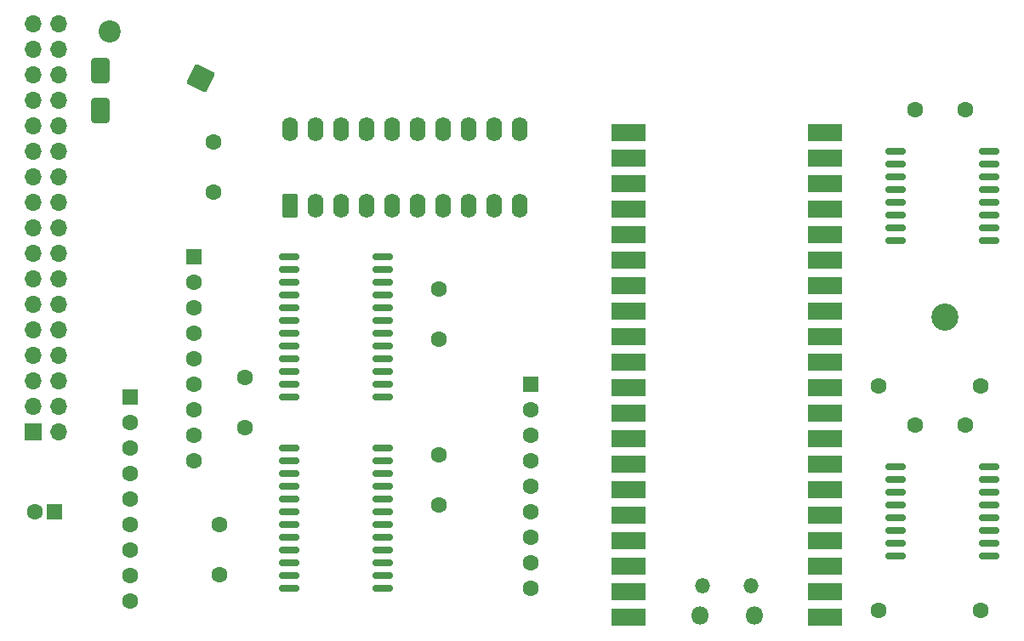
<source format=gts>
G04 #@! TF.GenerationSoftware,KiCad,Pcbnew,9.0.3*
G04 #@! TF.CreationDate,2025-07-22T08:58:47+01:00*
G04 #@! TF.ProjectId,megaflash,6d656761-666c-4617-9368-2e6b69636164,rev?*
G04 #@! TF.SameCoordinates,Original*
G04 #@! TF.FileFunction,Soldermask,Top*
G04 #@! TF.FilePolarity,Negative*
%FSLAX46Y46*%
G04 Gerber Fmt 4.6, Leading zero omitted, Abs format (unit mm)*
G04 Created by KiCad (PCBNEW 9.0.3) date 2025-07-22 08:58:47*
%MOMM*%
%LPD*%
G01*
G04 APERTURE LIST*
G04 Aperture macros list*
%AMRoundRect*
0 Rectangle with rounded corners*
0 $1 Rounding radius*
0 $2 $3 $4 $5 $6 $7 $8 $9 X,Y pos of 4 corners*
0 Add a 4 corners polygon primitive as box body*
4,1,4,$2,$3,$4,$5,$6,$7,$8,$9,$2,$3,0*
0 Add four circle primitives for the rounded corners*
1,1,$1+$1,$2,$3*
1,1,$1+$1,$4,$5*
1,1,$1+$1,$6,$7*
1,1,$1+$1,$8,$9*
0 Add four rect primitives between the rounded corners*
20,1,$1+$1,$2,$3,$4,$5,0*
20,1,$1+$1,$4,$5,$6,$7,0*
20,1,$1+$1,$6,$7,$8,$9,0*
20,1,$1+$1,$8,$9,$2,$3,0*%
G04 Aperture macros list end*
%ADD10RoundRect,0.250000X0.550000X0.550000X-0.550000X0.550000X-0.550000X-0.550000X0.550000X-0.550000X0*%
%ADD11C,1.600000*%
%ADD12RoundRect,0.249999X1.143249X0.371464X-0.371464X1.143249X-1.143249X-0.371464X0.371464X-1.143249X0*%
%ADD13C,2.200000*%
%ADD14RoundRect,0.250000X0.550000X-0.950000X0.550000X0.950000X-0.550000X0.950000X-0.550000X-0.950000X0*%
%ADD15O,1.600000X2.400000*%
%ADD16RoundRect,0.150000X-0.875000X-0.150000X0.875000X-0.150000X0.875000X0.150000X-0.875000X0.150000X0*%
%ADD17R,1.600000X1.600000*%
%ADD18O,1.800000X1.800000*%
%ADD19O,1.500000X1.500000*%
%ADD20R,3.500000X1.700000*%
%ADD21R,1.700000X1.700000*%
%ADD22O,1.700000X1.700000*%
%ADD23RoundRect,0.250000X-0.650000X1.000000X-0.650000X-1.000000X0.650000X-1.000000X0.650000X1.000000X0*%
%ADD24C,2.700000*%
G04 APERTURE END LIST*
D10*
X73755000Y-101600000D03*
D11*
X71755000Y-101600000D03*
X165970000Y-89120000D03*
X155810000Y-89120000D03*
X165970000Y-111415000D03*
X155810000Y-111415000D03*
D12*
X88265000Y-58420000D03*
D13*
X79212374Y-53807457D03*
D14*
X97155000Y-71120000D03*
D15*
X99695000Y-71120000D03*
X102235000Y-71120000D03*
X104775000Y-71120000D03*
X107315000Y-71120000D03*
X109855000Y-71120000D03*
X112395000Y-71120000D03*
X114935000Y-71120000D03*
X117475000Y-71120000D03*
X120015000Y-71120000D03*
X120015000Y-63500000D03*
X117475000Y-63500000D03*
X114935000Y-63500000D03*
X112395000Y-63500000D03*
X109855000Y-63500000D03*
X107315000Y-63500000D03*
X104775000Y-63500000D03*
X102235000Y-63500000D03*
X99695000Y-63500000D03*
X97155000Y-63500000D03*
D16*
X157510000Y-97110000D03*
X157510000Y-98380000D03*
X157510000Y-99650000D03*
X157510000Y-100920000D03*
X157510000Y-102190000D03*
X157510000Y-103460000D03*
X157510000Y-104730000D03*
X157510000Y-106000000D03*
X166810000Y-106000000D03*
X166810000Y-104730000D03*
X166810000Y-103460000D03*
X166810000Y-102190000D03*
X166810000Y-100920000D03*
X166810000Y-99650000D03*
X166810000Y-98380000D03*
X166810000Y-97110000D03*
X157510000Y-65745000D03*
X157510000Y-67015000D03*
X157510000Y-68285000D03*
X157510000Y-69555000D03*
X157510000Y-70825000D03*
X157510000Y-72095000D03*
X157510000Y-73365000D03*
X157510000Y-74635000D03*
X166810000Y-74635000D03*
X166810000Y-73365000D03*
X166810000Y-72095000D03*
X166810000Y-70825000D03*
X166810000Y-69555000D03*
X166810000Y-68285000D03*
X166810000Y-67015000D03*
X166810000Y-65745000D03*
X97110000Y-76200000D03*
X97110000Y-77470000D03*
X97110000Y-78740000D03*
X97110000Y-80010000D03*
X97110000Y-81280000D03*
X97110000Y-82550000D03*
X97110000Y-83820000D03*
X97110000Y-85090000D03*
X97110000Y-86360000D03*
X97110000Y-87630000D03*
X97110000Y-88900000D03*
X97110000Y-90170000D03*
X106410000Y-90170000D03*
X106410000Y-88900000D03*
X106410000Y-87630000D03*
X106410000Y-86360000D03*
X106410000Y-85090000D03*
X106410000Y-83820000D03*
X106410000Y-82550000D03*
X106410000Y-81280000D03*
X106410000Y-80010000D03*
X106410000Y-78740000D03*
X106410000Y-77470000D03*
X106410000Y-76200000D03*
X97110000Y-95250000D03*
X97110000Y-96520000D03*
X97110000Y-97790000D03*
X97110000Y-99060000D03*
X97110000Y-100330000D03*
X97110000Y-101600000D03*
X97110000Y-102870000D03*
X97110000Y-104140000D03*
X97110000Y-105410000D03*
X97110000Y-106680000D03*
X97110000Y-107950000D03*
X97110000Y-109220000D03*
X106410000Y-109220000D03*
X106410000Y-107950000D03*
X106410000Y-106680000D03*
X106410000Y-105410000D03*
X106410000Y-104140000D03*
X106410000Y-102870000D03*
X106410000Y-101600000D03*
X106410000Y-100330000D03*
X106410000Y-99060000D03*
X106410000Y-97790000D03*
X106410000Y-96520000D03*
X106410000Y-95250000D03*
D11*
X92710000Y-88265000D03*
X92710000Y-93265000D03*
X90170000Y-102870000D03*
X90170000Y-107870000D03*
X159425000Y-92965000D03*
X164425000Y-92965000D03*
X159425000Y-61595000D03*
X164425000Y-61595000D03*
X112030000Y-95925000D03*
X112030000Y-100925000D03*
X112030000Y-79415000D03*
X112030000Y-84415000D03*
X89535000Y-64770000D03*
X89535000Y-69770000D03*
D17*
X121190000Y-88900000D03*
D11*
X121190000Y-91440000D03*
X121190000Y-93980000D03*
X121190000Y-96520000D03*
X121190000Y-99060000D03*
X121190000Y-101600000D03*
X121190000Y-104140000D03*
X121190000Y-106680000D03*
X121190000Y-109220000D03*
D17*
X87630000Y-76200000D03*
D11*
X87630000Y-78740000D03*
X87630000Y-81280000D03*
X87630000Y-83820000D03*
X87630000Y-86360000D03*
X87630000Y-88900000D03*
X87630000Y-91440000D03*
X87630000Y-93980000D03*
X87630000Y-96520000D03*
D17*
X81280000Y-90170000D03*
D11*
X81280000Y-92710000D03*
X81280000Y-95250000D03*
X81280000Y-97790000D03*
X81280000Y-100330000D03*
X81280000Y-102870000D03*
X81280000Y-105410000D03*
X81280000Y-107950000D03*
X81280000Y-110490000D03*
D18*
X143425000Y-112000000D03*
D19*
X143125000Y-108970000D03*
X138275000Y-108970000D03*
D18*
X137975000Y-112000000D03*
D20*
X150490000Y-112130000D03*
X150490000Y-109590000D03*
X150490000Y-107050000D03*
X150490000Y-104510000D03*
X150490000Y-101970000D03*
X150490000Y-99430000D03*
X150490000Y-96890000D03*
X150490000Y-94350000D03*
X150490000Y-91810000D03*
X150490000Y-89270000D03*
X150490000Y-86730000D03*
X150490000Y-84190000D03*
X150490000Y-81650000D03*
X150490000Y-79110000D03*
X150490000Y-76570000D03*
X150490000Y-74030000D03*
X150490000Y-71490000D03*
X150490000Y-68950000D03*
X150490000Y-66410000D03*
X150490000Y-63870000D03*
X130910000Y-63870000D03*
X130910000Y-66410000D03*
X130910000Y-68950000D03*
X130910000Y-71490000D03*
X130910000Y-74030000D03*
X130910000Y-76570000D03*
X130910000Y-79110000D03*
X130910000Y-81650000D03*
X130910000Y-84190000D03*
X130910000Y-86730000D03*
X130910000Y-89270000D03*
X130910000Y-91810000D03*
X130910000Y-94350000D03*
X130910000Y-96890000D03*
X130910000Y-99430000D03*
X130910000Y-101970000D03*
X130910000Y-104510000D03*
X130910000Y-107050000D03*
X130910000Y-109590000D03*
X130910000Y-112130000D03*
D21*
X71600000Y-93660000D03*
D22*
X74140000Y-93660000D03*
X71600000Y-91120000D03*
X74140000Y-91120000D03*
X71600000Y-88580000D03*
X74140000Y-88580000D03*
X71600000Y-86040000D03*
X74140000Y-86040000D03*
X71600000Y-83500000D03*
X74140000Y-83500000D03*
X71600000Y-80960000D03*
X74140000Y-80960000D03*
X71600000Y-78420000D03*
X74140000Y-78420000D03*
X71600000Y-75880000D03*
X74140000Y-75880000D03*
X71600000Y-73340000D03*
X74140000Y-73340000D03*
X71600000Y-70800000D03*
X74140000Y-70800000D03*
X71600000Y-68260000D03*
X74140000Y-68260000D03*
X71600000Y-65720000D03*
X74140000Y-65720000D03*
X71600000Y-63180000D03*
X74140000Y-63180000D03*
X71600000Y-60640000D03*
X74140000Y-60640000D03*
X71600000Y-58100000D03*
X74140000Y-58100000D03*
X71600000Y-55560000D03*
X74140000Y-55560000D03*
X71600000Y-53020000D03*
X74140000Y-53020000D03*
D23*
X78305000Y-57685000D03*
X78305000Y-61685000D03*
D24*
X162400000Y-82232500D03*
M02*

</source>
